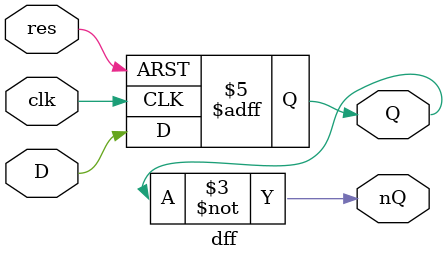
<source format=v>
module dff(D, clk, res, Q, nQ);

input D;
input clk;
input res;

output Q, nQ;

reg Q;

initial Q = 0;

always @(posedge clk, negedge res) 

if (!res) 
	Q <= 0;
else
	Q <= D;

assign nQ = ~Q;
	
endmodule
</source>
